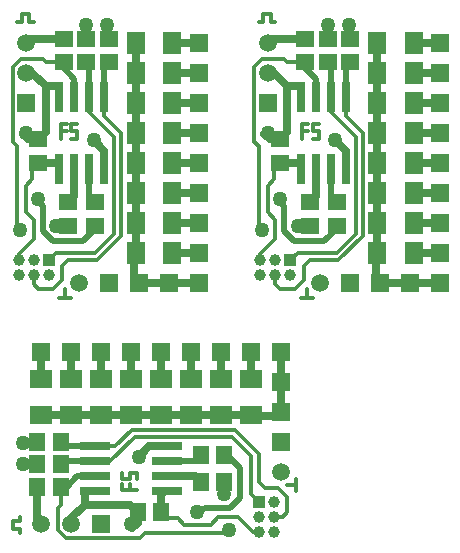
<source format=gtl>
%FSLAX24Y24*%
%MOIN*%
G70*
G01*
G75*
G04 Layer_Physical_Order=1*
G04 Layer_Color=255*
%ADD10R,0.0748X0.0591*%
%ADD11R,0.0551X0.0591*%
%ADD12R,0.1000X0.0260*%
%ADD13C,0.0120*%
%ADD14C,0.0250*%
%ADD15C,0.0200*%
%ADD16R,0.0591X0.0748*%
%ADD17R,0.0591X0.0551*%
%ADD18R,0.0260X0.1000*%
%ADD19R,0.0591X0.0591*%
%ADD20C,0.0394*%
%ADD21R,0.0394X0.0394*%
%ADD22C,0.0591*%
%ADD23R,0.0591X0.0591*%
%ADD24C,0.0500*%
%ADD25R,0.0394X0.0394*%
D10*
X33650Y28440D02*
D03*
Y29660D02*
D03*
X32650Y28440D02*
D03*
Y29660D02*
D03*
X35650Y28440D02*
D03*
Y29660D02*
D03*
X36650Y28440D02*
D03*
Y29660D02*
D03*
X37650Y28440D02*
D03*
Y29660D02*
D03*
X34650Y28440D02*
D03*
Y29660D02*
D03*
X38650Y28440D02*
D03*
Y29660D02*
D03*
X31650Y28440D02*
D03*
Y29660D02*
D03*
D11*
X35644Y25200D02*
D03*
X34856D02*
D03*
X31506Y26050D02*
D03*
X32294D02*
D03*
Y27550D02*
D03*
X31506D02*
D03*
X32294Y26800D02*
D03*
X31506D02*
D03*
X36956Y26200D02*
D03*
X37744D02*
D03*
X36956Y27100D02*
D03*
X37744D02*
D03*
D12*
X33450Y25900D02*
D03*
Y26400D02*
D03*
Y26900D02*
D03*
Y27400D02*
D03*
X35850Y25900D02*
D03*
Y26400D02*
D03*
Y26900D02*
D03*
Y27400D02*
D03*
D13*
X38900Y26200D02*
Y27150D01*
X39100Y26000D02*
X38900Y26200D01*
X39550Y26000D02*
X39100D01*
X38900Y27150D02*
X38090Y27960D01*
X38650Y27089D02*
X38011Y27728D01*
X38650Y25800D02*
Y27089D01*
X38900Y25550D02*
X38650Y25800D01*
X37800Y24500D02*
X35100D01*
X34945Y24345D02*
X35100Y24500D01*
X34945Y24345D02*
X32461D01*
X32195Y24611D01*
X37800Y24500D02*
X37900Y24600D01*
X36410Y24790D02*
X36200Y25000D01*
X37290Y24790D02*
X36410D01*
X37290D02*
X37550Y25050D01*
X36200Y25000D02*
X35844D01*
X38200Y25050D02*
X37550D01*
X39700D02*
X39400D01*
X39700D02*
X39850Y25200D01*
X38900Y24550D02*
X38700D01*
X39850Y25700D02*
X39550Y26000D01*
X39850Y25200D02*
Y25700D01*
X38700Y24550D02*
X38200Y25050D01*
X38011Y27728D02*
X34778D01*
X38090Y27960D02*
X34660D01*
X35844Y25000D02*
X35644Y25200D01*
X32294Y25444D02*
Y26050D01*
X32195Y25345D02*
X32294Y25444D01*
X32195Y24611D02*
Y25345D01*
X34100Y27400D02*
X34660Y27960D01*
X34100Y27400D02*
X33548D01*
X33950Y26900D02*
X34778Y27728D01*
X33950Y26900D02*
X33548D01*
X30950Y24500D02*
Y24650D01*
X30700D01*
Y24900D01*
X30950D02*
Y25050D01*
Y24900D02*
X30700D01*
X40150Y26100D02*
X39850D01*
X40150Y25900D02*
Y26300D01*
X34350D02*
Y26500D01*
X34850Y26300D02*
Y26500D01*
X34600D01*
Y26300D02*
Y26500D01*
Y26300D02*
X34350D01*
X34600Y25950D02*
Y26150D01*
X34350Y25950D02*
Y26150D01*
X34850Y25950D02*
X34350D01*
X40600Y33600D02*
X41550D01*
X40400Y33400D02*
X40600Y33600D01*
X40400Y32950D02*
Y33400D01*
X41550Y33600D02*
X42360Y34410D01*
X41489Y33850D02*
X42128Y34489D01*
X40200Y33850D02*
X41489D01*
X39950Y33600D02*
X40200Y33850D01*
X38900Y34700D02*
Y37400D01*
X38745Y37555D02*
X38900Y37400D01*
X38745Y37555D02*
Y40039D01*
X39011Y40305D01*
X38900Y34700D02*
X39000Y34600D01*
X39190Y36090D02*
X39400Y36300D01*
X39190Y35210D02*
Y36090D01*
Y35210D02*
X39450Y34950D01*
X39400Y36300D02*
Y36656D01*
X39450Y34300D02*
Y34950D01*
Y32800D02*
Y33100D01*
Y32800D02*
X39600Y32650D01*
X38950Y33600D02*
Y33800D01*
X40100Y32650D02*
X40400Y32950D01*
X39600Y32650D02*
X40100D01*
X38950Y33800D02*
X39450Y34300D01*
X42128Y34489D02*
Y37722D01*
X42360Y34410D02*
Y37840D01*
X39400Y36656D02*
X39600Y36856D01*
X39844Y40206D02*
X40450D01*
X39745Y40305D02*
X39844Y40206D01*
X39011Y40305D02*
X39745D01*
X41800Y38400D02*
X42360Y37840D01*
X41800Y38400D02*
Y38952D01*
X41300Y38550D02*
X42128Y37722D01*
X41300Y38550D02*
Y38952D01*
X38900Y41550D02*
X39050D01*
Y41800D01*
X39300D01*
Y41550D02*
X39450D01*
X39300D02*
Y41800D01*
X40500Y32350D02*
Y32650D01*
X40300Y32350D02*
X40700D01*
Y38150D02*
X40900D01*
X40700Y37650D02*
X40900D01*
Y37900D01*
X40700D02*
X40900D01*
X40700D02*
Y38150D01*
X40350Y37900D02*
X40550D01*
X40350Y38150D02*
X40550D01*
X40350Y37650D02*
Y38150D01*
X32550Y33600D02*
X33500D01*
X32350Y33400D02*
X32550Y33600D01*
X32350Y32950D02*
Y33400D01*
X33500Y33600D02*
X34310Y34410D01*
X33439Y33850D02*
X34078Y34489D01*
X32150Y33850D02*
X33439D01*
X31900Y33600D02*
X32150Y33850D01*
X30850Y34700D02*
Y37400D01*
X30695Y37555D02*
X30850Y37400D01*
X30695Y37555D02*
Y40039D01*
X30961Y40305D01*
X30850Y34700D02*
X30950Y34600D01*
X31140Y36090D02*
X31350Y36300D01*
X31140Y35210D02*
Y36090D01*
Y35210D02*
X31400Y34950D01*
X31350Y36300D02*
Y36656D01*
X31400Y34300D02*
Y34950D01*
Y32800D02*
Y33100D01*
Y32800D02*
X31550Y32650D01*
X30900Y33600D02*
Y33800D01*
X32050Y32650D02*
X32350Y32950D01*
X31550Y32650D02*
X32050D01*
X30900Y33800D02*
X31400Y34300D01*
X34078Y34489D02*
Y37722D01*
X34310Y34410D02*
Y37840D01*
X31350Y36656D02*
X31550Y36856D01*
X31794Y40206D02*
X32400D01*
X31695Y40305D02*
X31794Y40206D01*
X30961Y40305D02*
X31695D01*
X33750Y38400D02*
X34310Y37840D01*
X33750Y38400D02*
Y38952D01*
X33250Y38550D02*
X34078Y37722D01*
X33250Y38550D02*
Y38952D01*
X30850Y41550D02*
X31000D01*
Y41800D01*
X31250D01*
Y41550D02*
X31400D01*
X31250D02*
Y41800D01*
X32450Y32350D02*
Y32650D01*
X32250Y32350D02*
X32650D01*
Y38150D02*
X32850D01*
X32650Y37650D02*
X32850D01*
Y37900D01*
X32650D02*
X32850D01*
X32650D02*
Y38150D01*
X32300Y37900D02*
X32500D01*
X32300Y38150D02*
X32500D01*
X32300Y37650D02*
Y38150D01*
D14*
X34676Y24674D02*
X34650Y24700D01*
X34676Y24674D02*
X34856Y24854D01*
X34650Y24700D02*
Y24800D01*
X39650Y28400D02*
X38690D01*
X39650Y29550D02*
Y30550D01*
Y28400D02*
Y29550D01*
X38690Y28400D02*
X38650Y28440D01*
X34856Y24854D02*
Y25200D01*
X38650Y28440D02*
X37650D01*
X36650D01*
X35650D01*
X34650D01*
X33650D01*
X32650D01*
X31650D01*
Y29660D02*
Y30550D01*
X32650Y29660D02*
Y30550D01*
X33650Y29660D02*
Y30550D01*
X34650Y29660D02*
Y30550D01*
X35650Y29660D02*
Y30550D01*
X36650Y29660D02*
Y30550D01*
X37650Y29660D02*
Y30550D01*
X38650Y29660D02*
Y30550D01*
X32650Y24800D02*
Y25000D01*
X31650Y24800D02*
X31506Y24944D01*
Y26050D01*
X35644Y25791D02*
X35752Y25900D01*
X35644Y25200D02*
Y25791D01*
X36956Y26200D02*
X36756Y26400D01*
X35752D01*
X34856Y25200D02*
X34606Y25450D01*
X33100D01*
X32650Y25000D02*
X33100Y25450D01*
Y25800D01*
X33200Y25900D01*
X33548D02*
X33200D01*
X35752Y27400D02*
X35250D01*
X34900Y27050D02*
X35250Y27400D01*
X39074Y37824D02*
X39100Y37850D01*
X39074Y37824D02*
X39254Y37644D01*
X39100Y37850D02*
X39200D01*
X42800Y32850D02*
Y33810D01*
X43950Y32850D02*
X44950D01*
X42800D02*
X43950D01*
X42800Y33810D02*
X42840Y33850D01*
X39254Y37644D02*
X39600D01*
X42840Y33850D02*
Y34850D01*
Y35850D01*
Y36850D01*
Y37850D01*
Y38850D01*
Y39850D01*
Y40850D01*
X44060D02*
X44950D01*
X44060Y39850D02*
X44950D01*
X44060Y38850D02*
X44950D01*
X44060Y37850D02*
X44950D01*
X44060Y36850D02*
X44950D01*
X44060Y35850D02*
X44950D01*
X44060Y34850D02*
X44950D01*
X44060Y33850D02*
X44950D01*
X39200Y39850D02*
X39400D01*
X39200Y40850D02*
X39344Y40994D01*
X40450D01*
X40191Y36856D02*
X40300Y36748D01*
X39600Y36856D02*
X40191D01*
X40600Y35544D02*
X40800Y35744D01*
Y36748D01*
X39600Y37644D02*
X39850Y37894D01*
Y39400D01*
X39400Y39850D02*
X39850Y39400D01*
X40200D01*
X40300Y39300D01*
Y38952D02*
Y39300D01*
X41800Y36748D02*
Y37250D01*
X41450Y37600D02*
X41800Y37250D01*
X31024Y37824D02*
X31050Y37850D01*
X31024Y37824D02*
X31204Y37644D01*
X31050Y37850D02*
X31150D01*
X34750Y32850D02*
Y33810D01*
X35900Y32850D02*
X36900D01*
X34750D02*
X35900D01*
X34750Y33810D02*
X34790Y33850D01*
X31204Y37644D02*
X31550D01*
X34790Y33850D02*
Y34850D01*
Y35850D01*
Y36850D01*
Y37850D01*
Y38850D01*
Y39850D01*
Y40850D01*
X36010D02*
X36900D01*
X36010Y39850D02*
X36900D01*
X36010Y38850D02*
X36900D01*
X36010Y37850D02*
X36900D01*
X36010Y36850D02*
X36900D01*
X36010Y35850D02*
X36900D01*
X36010Y34850D02*
X36900D01*
X36010Y33850D02*
X36900D01*
X31150Y39850D02*
X31350D01*
X31150Y40850D02*
X31294Y40994D01*
X32400D01*
X32141Y36856D02*
X32250Y36748D01*
X31550Y36856D02*
X32141D01*
X32550Y35544D02*
X32750Y35744D01*
Y36748D01*
X31550Y37644D02*
X31800Y37894D01*
Y39400D01*
X31350Y39850D02*
X31800Y39400D01*
X32150D01*
X32250Y39300D01*
Y38952D02*
Y39300D01*
X33750Y36748D02*
Y37250D01*
X33400Y37600D02*
X33750Y37250D01*
D15*
X37936Y25350D02*
X37100D01*
X37936D02*
X38269Y25683D01*
X36950Y25200D02*
X37100Y25350D01*
X38269Y25683D02*
Y26678D01*
X36950Y25200D02*
X36850D01*
X32500Y26050D02*
X32850Y26400D01*
X32500Y26050D02*
X32294D01*
X38269Y26678D02*
X37794Y27154D01*
Y27300D01*
X37750Y25800D02*
X37794Y25844D01*
Y26300D01*
X31050Y27500D02*
X31100Y27550D01*
X31506D02*
X31100D01*
X31506Y26800D02*
X31050D01*
X36756Y26900D02*
X36956Y27100D01*
X36756Y26900D02*
X35752D01*
X33548Y26400D02*
X32850D01*
X33548Y27400D02*
X32444D01*
X32294Y27550D01*
Y26800D02*
X32394Y26900D01*
X33548D02*
X32394D01*
X39750Y34564D02*
Y35400D01*
Y34564D02*
X40083Y34231D01*
X39600Y35550D02*
X39750Y35400D01*
X40083Y34231D02*
X41078D01*
X39600Y35550D02*
Y35650D01*
X40450Y40000D02*
X40800Y39650D01*
X40450Y40000D02*
Y40206D01*
X41078Y34231D02*
X41554Y34706D01*
X41700D01*
X40200Y34750D02*
X40244Y34706D01*
X40700D01*
X41900Y41450D02*
X41950Y41400D01*
Y40994D02*
Y41400D01*
X41200Y40994D02*
Y41450D01*
X41300Y35744D02*
X41500Y35544D01*
X41300Y35744D02*
Y36748D01*
X40800Y38952D02*
Y39650D01*
X41800Y38952D02*
Y40056D01*
X41950Y40206D01*
X41200D02*
X41300Y40106D01*
Y38952D02*
Y40106D01*
X31700Y34564D02*
Y35400D01*
Y34564D02*
X32033Y34231D01*
X31550Y35550D02*
X31700Y35400D01*
X32033Y34231D02*
X33028D01*
X31550Y35550D02*
Y35650D01*
X32400Y40000D02*
X32750Y39650D01*
X32400Y40000D02*
Y40206D01*
X33028Y34231D02*
X33504Y34706D01*
X33650D01*
X32150Y34750D02*
X32194Y34706D01*
X32650D01*
X33850Y41450D02*
X33900Y41400D01*
Y40994D02*
Y41400D01*
X33150Y40994D02*
Y41450D01*
X33250Y35744D02*
X33450Y35544D01*
X33250Y35744D02*
Y36748D01*
X32750Y38952D02*
Y39650D01*
X33750Y38952D02*
Y40056D01*
X33900Y40206D01*
X33150D02*
X33250Y40106D01*
Y38952D02*
Y40106D01*
D16*
X42840Y38850D02*
D03*
X44060D02*
D03*
X42840Y39850D02*
D03*
X44060D02*
D03*
X42840Y36850D02*
D03*
X44060D02*
D03*
X42840Y35850D02*
D03*
X44060D02*
D03*
X42840Y34850D02*
D03*
X44060D02*
D03*
X42840Y37850D02*
D03*
X44060D02*
D03*
X42840Y33850D02*
D03*
X44060D02*
D03*
X42840Y40850D02*
D03*
X44060D02*
D03*
X34790Y38850D02*
D03*
X36010D02*
D03*
X34790Y39850D02*
D03*
X36010D02*
D03*
X34790Y36850D02*
D03*
X36010D02*
D03*
X34790Y35850D02*
D03*
X36010D02*
D03*
X34790Y34850D02*
D03*
X36010D02*
D03*
X34790Y37850D02*
D03*
X36010D02*
D03*
X34790Y33850D02*
D03*
X36010D02*
D03*
X34790Y40850D02*
D03*
X36010D02*
D03*
D17*
X39600Y36856D02*
D03*
Y37644D02*
D03*
X40450Y40994D02*
D03*
Y40206D02*
D03*
X41950D02*
D03*
Y40994D02*
D03*
X41200Y40206D02*
D03*
Y40994D02*
D03*
X40600Y35544D02*
D03*
Y34756D02*
D03*
X41500Y35544D02*
D03*
Y34756D02*
D03*
X31550Y36856D02*
D03*
Y37644D02*
D03*
X32400Y40994D02*
D03*
Y40206D02*
D03*
X33900D02*
D03*
Y40994D02*
D03*
X33150Y40206D02*
D03*
Y40994D02*
D03*
X32550Y35544D02*
D03*
Y34756D02*
D03*
X33450Y35544D02*
D03*
Y34756D02*
D03*
D18*
X40300Y39050D02*
D03*
X40800D02*
D03*
X41300D02*
D03*
X41800D02*
D03*
X40300Y36650D02*
D03*
X40800D02*
D03*
X41300D02*
D03*
X41800D02*
D03*
X32250Y39050D02*
D03*
X32750D02*
D03*
X33250D02*
D03*
X33750D02*
D03*
X32250Y36650D02*
D03*
X32750D02*
D03*
X33250D02*
D03*
X33750D02*
D03*
D19*
X39650Y28550D02*
D03*
X35650Y30550D02*
D03*
X34650D02*
D03*
X33650D02*
D03*
X32650D02*
D03*
X39650Y27550D02*
D03*
X31650Y30550D02*
D03*
X38650D02*
D03*
X37650D02*
D03*
X36650D02*
D03*
X39650Y29550D02*
D03*
Y30550D02*
D03*
X39200Y38850D02*
D03*
X31150D02*
D03*
D20*
X39400Y24550D02*
D03*
X38900D02*
D03*
X39400Y25050D02*
D03*
X38900D02*
D03*
X39400Y25550D02*
D03*
X38950Y33100D02*
D03*
Y33600D02*
D03*
X39450Y33100D02*
D03*
Y33600D02*
D03*
X39950Y33100D02*
D03*
X30900D02*
D03*
Y33600D02*
D03*
X31400Y33100D02*
D03*
Y33600D02*
D03*
X31900Y33100D02*
D03*
D21*
X38900Y25550D02*
D03*
D22*
X31650Y24800D02*
D03*
X32650D02*
D03*
X39650Y26550D02*
D03*
X39200Y40850D02*
D03*
Y39850D02*
D03*
X40950Y32850D02*
D03*
X31150Y40850D02*
D03*
Y39850D02*
D03*
X32900Y32850D02*
D03*
D23*
X33650Y24800D02*
D03*
X42950Y32850D02*
D03*
X44950Y36850D02*
D03*
Y37850D02*
D03*
Y38850D02*
D03*
Y39850D02*
D03*
X41950Y32850D02*
D03*
X44950Y40850D02*
D03*
Y33850D02*
D03*
Y34850D02*
D03*
Y35850D02*
D03*
X43950Y32850D02*
D03*
X44950D02*
D03*
X34900D02*
D03*
X36900Y36850D02*
D03*
Y37850D02*
D03*
Y38850D02*
D03*
Y39850D02*
D03*
X33900Y32850D02*
D03*
X36900Y40850D02*
D03*
Y33850D02*
D03*
Y34850D02*
D03*
Y35850D02*
D03*
X35900Y32850D02*
D03*
X36900D02*
D03*
D24*
X37900Y24600D02*
D03*
X34650Y24800D02*
D03*
X36850Y25200D02*
D03*
X37750Y25800D02*
D03*
X31050Y27500D02*
D03*
Y26800D02*
D03*
X34900Y27050D02*
D03*
X39000Y34600D02*
D03*
X39200Y37850D02*
D03*
X39600Y35650D02*
D03*
X40200Y34750D02*
D03*
X41900Y41450D02*
D03*
X41200D02*
D03*
X41450Y37600D02*
D03*
X30950Y34600D02*
D03*
X31150Y37850D02*
D03*
X31550Y35650D02*
D03*
X32150Y34750D02*
D03*
X33850Y41450D02*
D03*
X33150D02*
D03*
X33400Y37600D02*
D03*
D25*
X39950Y33600D02*
D03*
X31900D02*
D03*
M02*

</source>
